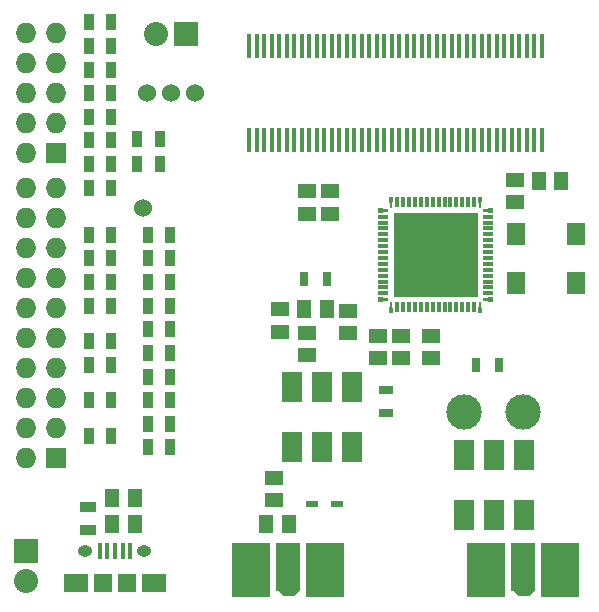
<source format=gts>
%FSLAX34Y34*%
G04 Gerber Fmt 3.4, Leading zero omitted, Abs format*
G04 (created by PCBNEW (2014-06-12 BZR 4942)-product) date Mon 16 Jun 2014 06:59:23 PM PDT*
%MOIN*%
G01*
G70*
G90*
G04 APERTURE LIST*
%ADD10C,0.003937*%
%ADD11R,0.012000X0.036000*%
%ADD12R,0.036000X0.012000*%
%ADD13R,0.285000X0.285000*%
%ADD14R,0.047200X0.031500*%
%ADD15R,0.059000X0.051200*%
%ADD16R,0.051200X0.059000*%
%ADD17R,0.015748X0.078740*%
%ADD18R,0.015748X0.053150*%
%ADD19O,0.049213X0.037402*%
%ADD20R,0.059055X0.061024*%
%ADD21R,0.039400X0.023600*%
%ADD22R,0.035000X0.055000*%
%ADD23R,0.055000X0.035000*%
%ADD24R,0.068000X0.068000*%
%ADD25O,0.068000X0.068000*%
%ADD26R,0.130000X0.180000*%
%ADD27R,0.078700X0.160300*%
%ADD28R,0.080000X0.080000*%
%ADD29O,0.080000X0.080000*%
%ADD30C,0.060000*%
%ADD31R,0.031500X0.047200*%
%ADD32R,0.065000X0.100000*%
%ADD33R,0.061024X0.076772*%
%ADD34C,0.118100*%
G04 APERTURE END LIST*
G54D10*
G36*
X65099Y-19999D02*
X65067Y-20359D01*
X64979Y-20359D01*
X64947Y-19999D01*
X65099Y-19999D01*
X65099Y-19999D01*
G37*
G54D11*
X64823Y-20179D03*
X64623Y-20179D03*
X64433Y-20179D03*
X64233Y-20179D03*
X64033Y-20179D03*
X63843Y-20179D03*
X63643Y-20179D03*
X63443Y-20179D03*
X63243Y-20179D03*
X63053Y-20179D03*
X62853Y-20179D03*
X62653Y-20179D03*
X62463Y-20179D03*
X62263Y-20179D03*
G54D10*
G36*
X62139Y-19999D02*
X62107Y-20359D01*
X62019Y-20359D01*
X61987Y-19999D01*
X62139Y-19999D01*
X62139Y-19999D01*
G37*
G36*
X61613Y-20373D02*
X61973Y-20404D01*
X61973Y-20493D01*
X61613Y-20524D01*
X61613Y-20373D01*
X61613Y-20373D01*
G37*
G54D12*
X61793Y-20649D03*
X61793Y-20849D03*
X61793Y-21039D03*
X61793Y-21239D03*
X61793Y-21439D03*
X61793Y-21629D03*
X61793Y-21829D03*
X61793Y-22029D03*
X61793Y-22229D03*
X61793Y-22419D03*
X61793Y-22619D03*
X61793Y-22819D03*
X61793Y-23009D03*
X61793Y-23209D03*
G54D10*
G36*
X61613Y-23333D02*
X61973Y-23364D01*
X61973Y-23453D01*
X61613Y-23484D01*
X61613Y-23333D01*
X61613Y-23333D01*
G37*
G36*
X61987Y-23859D02*
X62019Y-23499D01*
X62107Y-23499D01*
X62139Y-23859D01*
X61987Y-23859D01*
X61987Y-23859D01*
G37*
G54D11*
X62263Y-23679D03*
X62463Y-23679D03*
X62653Y-23679D03*
X62853Y-23679D03*
X63053Y-23679D03*
X63243Y-23679D03*
X63443Y-23679D03*
X63643Y-23679D03*
X63843Y-23679D03*
X64033Y-23679D03*
X64233Y-23679D03*
X64433Y-23679D03*
X64623Y-23679D03*
X64823Y-23679D03*
G54D10*
G36*
X64947Y-23859D02*
X64979Y-23499D01*
X65067Y-23499D01*
X65099Y-23859D01*
X64947Y-23859D01*
X64947Y-23859D01*
G37*
G36*
X65473Y-23482D02*
X65113Y-23455D01*
X65113Y-23362D01*
X65473Y-23335D01*
X65473Y-23482D01*
X65473Y-23482D01*
G37*
G54D12*
X65293Y-23209D03*
X65293Y-23009D03*
X65293Y-22819D03*
X65293Y-22619D03*
X65293Y-22419D03*
X65293Y-22229D03*
X65293Y-22029D03*
X65293Y-21829D03*
X65293Y-21629D03*
X65293Y-21439D03*
X65293Y-21239D03*
X65293Y-21039D03*
X65293Y-20849D03*
X65293Y-20649D03*
G54D10*
G36*
X65473Y-20524D02*
X65113Y-20493D01*
X65113Y-20404D01*
X65473Y-20373D01*
X65473Y-20524D01*
X65473Y-20524D01*
G37*
G54D13*
X63543Y-21929D03*
G54D14*
X61889Y-27205D03*
X61889Y-26417D03*
G54D15*
X60039Y-19802D03*
X60039Y-20552D03*
X59251Y-19802D03*
X59251Y-20552D03*
X66181Y-20178D03*
X66181Y-19428D03*
G54D16*
X67737Y-19448D03*
X66987Y-19448D03*
G54D15*
X61614Y-25375D03*
X61614Y-24625D03*
X62401Y-25375D03*
X62401Y-24625D03*
X63385Y-24625D03*
X63385Y-25375D03*
X60614Y-24544D03*
X60614Y-23794D03*
G54D16*
X59922Y-23720D03*
X59172Y-23720D03*
X52774Y-30019D03*
X53524Y-30019D03*
G54D15*
X59251Y-24526D03*
X59251Y-25276D03*
X58366Y-23739D03*
X58366Y-24489D03*
X58169Y-29349D03*
X58169Y-30099D03*
G54D16*
X57892Y-30905D03*
X58642Y-30905D03*
X52774Y-30905D03*
X53524Y-30905D03*
G54D17*
X67079Y-14960D03*
X67079Y-18110D03*
X66829Y-14960D03*
X66829Y-18110D03*
X66579Y-14960D03*
X66579Y-18110D03*
X66329Y-14960D03*
X66329Y-18110D03*
X66079Y-14960D03*
X66079Y-18110D03*
X65829Y-14960D03*
X65829Y-18110D03*
X65579Y-14960D03*
X65579Y-18110D03*
X65329Y-14960D03*
X65329Y-18110D03*
X65079Y-14960D03*
X65079Y-18110D03*
X64829Y-14960D03*
X64829Y-18110D03*
X64579Y-14960D03*
X64579Y-18110D03*
X64329Y-14960D03*
X64329Y-18110D03*
X64079Y-14960D03*
X64079Y-18110D03*
X63829Y-14960D03*
X63829Y-18110D03*
X63579Y-14960D03*
X63579Y-18110D03*
X63329Y-14960D03*
X63329Y-18110D03*
X63079Y-14960D03*
X63079Y-18110D03*
X62829Y-14960D03*
X62829Y-18110D03*
X62579Y-14960D03*
X62579Y-18110D03*
X62329Y-14960D03*
X62329Y-18110D03*
X62079Y-14960D03*
X62079Y-18110D03*
X61829Y-14960D03*
X61829Y-18110D03*
X61579Y-14960D03*
X61579Y-18110D03*
X61329Y-14960D03*
X61329Y-18110D03*
X61079Y-14960D03*
X61079Y-18110D03*
X60829Y-14960D03*
X60829Y-18110D03*
X60579Y-14960D03*
X60579Y-18110D03*
X60329Y-14960D03*
X60329Y-18110D03*
X60079Y-14960D03*
X60079Y-18110D03*
X59829Y-14960D03*
X59829Y-18110D03*
X59579Y-14960D03*
X59579Y-18110D03*
X59329Y-14960D03*
X59329Y-18110D03*
X59079Y-14960D03*
X59079Y-18110D03*
X58829Y-14960D03*
X58829Y-18110D03*
X58579Y-14960D03*
X58579Y-18110D03*
X58329Y-14960D03*
X58329Y-18110D03*
X58079Y-14960D03*
X58079Y-18110D03*
X57829Y-14960D03*
X57829Y-18110D03*
X57579Y-14960D03*
X57579Y-18110D03*
X57329Y-14960D03*
X57329Y-18110D03*
G54D18*
X52854Y-31791D03*
X52598Y-31791D03*
X52342Y-31791D03*
X53110Y-31791D03*
X53366Y-31791D03*
G54D19*
X51870Y-31791D03*
X53838Y-31791D03*
G54D10*
G36*
X51948Y-32549D02*
X51948Y-33159D01*
X51161Y-33159D01*
X51161Y-32549D01*
X51948Y-32549D01*
X51948Y-32549D01*
G37*
G54D20*
X52460Y-32854D03*
X53248Y-32854D03*
G54D10*
G36*
X54547Y-32549D02*
X54547Y-33159D01*
X53759Y-33159D01*
X53759Y-32549D01*
X54547Y-32549D01*
X54547Y-32549D01*
G37*
G54D21*
X60275Y-30216D03*
X59409Y-30216D03*
G54D22*
X52737Y-18110D03*
X51987Y-18110D03*
X52737Y-18897D03*
X51987Y-18897D03*
X52737Y-15748D03*
X51987Y-15748D03*
X52737Y-17322D03*
X51987Y-17322D03*
X54351Y-18070D03*
X53601Y-18070D03*
X54351Y-18897D03*
X53601Y-18897D03*
X51987Y-14960D03*
X52737Y-14960D03*
X52737Y-16535D03*
X51987Y-16535D03*
X52737Y-14173D03*
X51987Y-14173D03*
G54D23*
X51968Y-30333D03*
X51968Y-31083D03*
G54D24*
X50893Y-18535D03*
G54D25*
X49893Y-18535D03*
X50893Y-17535D03*
X49893Y-17535D03*
X50893Y-16535D03*
X49893Y-16535D03*
X50893Y-15535D03*
X49893Y-15535D03*
X50893Y-14535D03*
X49893Y-14535D03*
G54D26*
X67702Y-32444D03*
G54D10*
G36*
X66094Y-33107D02*
X66881Y-33107D01*
X66645Y-33304D01*
X66330Y-33304D01*
X66094Y-33107D01*
X66094Y-33107D01*
G37*
G54D26*
X65210Y-32444D03*
G54D27*
X66456Y-32344D03*
G54D26*
X67702Y-32444D03*
X65210Y-32444D03*
X59868Y-32444D03*
G54D10*
G36*
X58260Y-33107D02*
X59047Y-33107D01*
X58811Y-33304D01*
X58496Y-33304D01*
X58260Y-33107D01*
X58260Y-33107D01*
G37*
G54D26*
X57376Y-32444D03*
G54D27*
X58622Y-32344D03*
G54D26*
X59868Y-32444D03*
X57376Y-32444D03*
G54D28*
X49901Y-31783D03*
G54D29*
X49901Y-32783D03*
G54D30*
X53805Y-20370D03*
G54D31*
X59153Y-22736D03*
X59941Y-22736D03*
X65669Y-25590D03*
X64881Y-25590D03*
G54D32*
X64488Y-30602D03*
X65488Y-30602D03*
X66488Y-30602D03*
X66488Y-28602D03*
X65488Y-28602D03*
X64488Y-28602D03*
X58759Y-28338D03*
X59759Y-28338D03*
X60759Y-28338D03*
X60759Y-26338D03*
X59759Y-26338D03*
X58759Y-26338D03*
G54D33*
X66224Y-22874D03*
X68224Y-22874D03*
X68224Y-21220D03*
X66224Y-21220D03*
G54D28*
X55224Y-14566D03*
G54D29*
X54224Y-14566D03*
G54D22*
X52737Y-27952D03*
X51987Y-27952D03*
X52737Y-26771D03*
X51987Y-26771D03*
X52737Y-25590D03*
X51987Y-25590D03*
X52737Y-24803D03*
X51987Y-24803D03*
X52737Y-23622D03*
X51987Y-23622D03*
X52737Y-22834D03*
X51987Y-22834D03*
X52737Y-22047D03*
X51987Y-22047D03*
X52737Y-21259D03*
X51987Y-21259D03*
X52737Y-19685D03*
X51987Y-19685D03*
X53955Y-28346D03*
X54705Y-28346D03*
X53955Y-27559D03*
X54705Y-27559D03*
X53955Y-26771D03*
X54705Y-26771D03*
X53955Y-25984D03*
X54705Y-25984D03*
X53955Y-25196D03*
X54705Y-25196D03*
X53955Y-24409D03*
X54705Y-24409D03*
X53955Y-23622D03*
X54705Y-23622D03*
X53955Y-22834D03*
X54705Y-22834D03*
X53955Y-22047D03*
X54705Y-22047D03*
X53955Y-21259D03*
X54705Y-21259D03*
G54D24*
X50893Y-28712D03*
G54D25*
X49893Y-28712D03*
X50893Y-27712D03*
X49893Y-27712D03*
X50893Y-26712D03*
X49893Y-26712D03*
X50893Y-25712D03*
X49893Y-25712D03*
X50893Y-24712D03*
X49893Y-24712D03*
X50893Y-23712D03*
X49893Y-23712D03*
X50893Y-22712D03*
X49893Y-22712D03*
X50893Y-21712D03*
X49893Y-21712D03*
X50893Y-20712D03*
X49893Y-20712D03*
X50893Y-19712D03*
X49893Y-19712D03*
G54D30*
X53937Y-16535D03*
X54724Y-16535D03*
X55511Y-16535D03*
G54D34*
X64488Y-27165D03*
X66456Y-27165D03*
M02*

</source>
